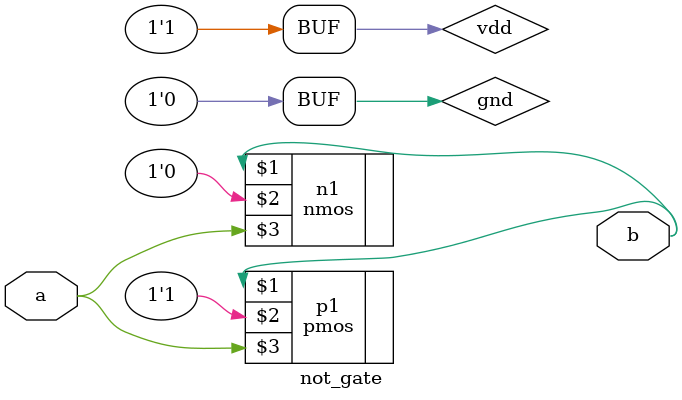
<source format=v>
module not_gate (input a,output b );
supply1 vdd;
supply0 gnd;
pmos p1(b,vdd,a);
nmos n1(b,gnd,a);
endmodule


</source>
